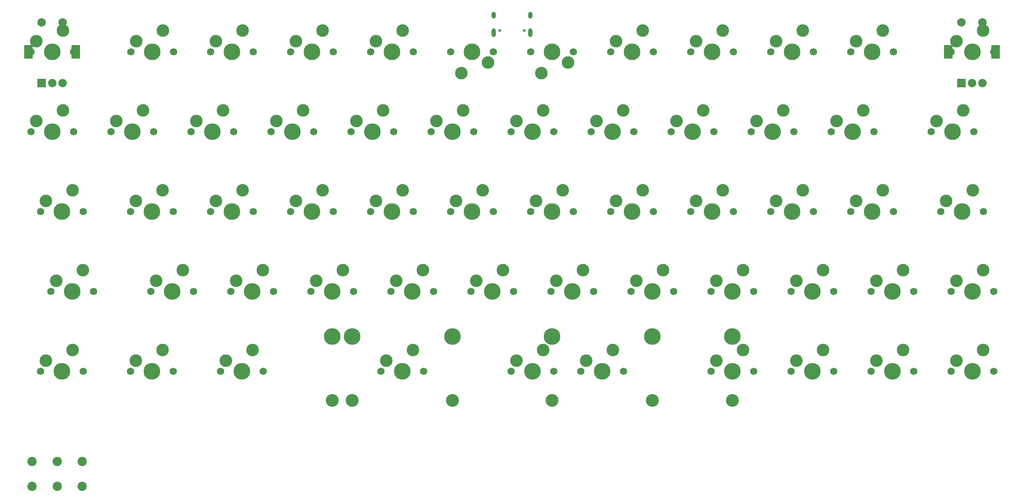
<source format=gbr>
%TF.GenerationSoftware,KiCad,Pcbnew,(7.0.0)*%
%TF.CreationDate,2023-05-29T16:26:43+02:00*%
%TF.ProjectId,the PETER keyboard,74686520-5045-4544-9552-206b6579626f,rev?*%
%TF.SameCoordinates,Original*%
%TF.FileFunction,Soldermask,Top*%
%TF.FilePolarity,Negative*%
%FSLAX46Y46*%
G04 Gerber Fmt 4.6, Leading zero omitted, Abs format (unit mm)*
G04 Created by KiCad (PCBNEW (7.0.0)) date 2023-05-29 16:26:43*
%MOMM*%
%LPD*%
G01*
G04 APERTURE LIST*
%ADD10C,1.750000*%
%ADD11C,3.000000*%
%ADD12C,3.987800*%
%ADD13C,2.200000*%
%ADD14C,3.048000*%
%ADD15R,2.000000X2.000000*%
%ADD16C,2.000000*%
%ADD17R,2.000000X3.200000*%
%ADD18C,0.650000*%
%ADD19O,1.000000X1.600000*%
%ADD20O,1.000000X2.100000*%
G04 APERTURE END LIST*
D10*
%TO.C,MX56*%
X210820000Y-132842000D03*
D11*
X212090000Y-130302000D03*
D12*
X215900000Y-132842000D03*
D11*
X218440000Y-127762000D03*
D10*
X220980000Y-132842000D03*
%TD*%
D13*
%TO.C,H2*%
X42062500Y-160337500D03*
%TD*%
D10*
%TO.C,MX51*%
X75006200Y-132842000D03*
D11*
X76276200Y-130302000D03*
D12*
X80086200Y-132842000D03*
D11*
X82626200Y-127762000D03*
D10*
X85166200Y-132842000D03*
%TD*%
D13*
%TO.C,H1*%
X42062500Y-154387500D03*
%TD*%
D12*
%TO.C,MX52*%
X106324400Y-124587000D03*
D14*
X106324400Y-139827000D03*
D10*
X113182400Y-132842000D03*
D11*
X114452400Y-130302000D03*
D12*
X118262400Y-132842000D03*
D11*
X120802400Y-127762000D03*
D10*
X123342400Y-132842000D03*
D12*
X130200400Y-124587000D03*
D14*
X130200400Y-139827000D03*
%TD*%
D10*
%TO.C,MX13*%
X29845000Y-75692000D03*
D11*
X31115000Y-73152000D03*
D12*
X34925000Y-75692000D03*
D11*
X37465000Y-70612000D03*
D10*
X40005000Y-75692000D03*
%TD*%
D13*
%TO.C,H4*%
X36112500Y-154387500D03*
%TD*%
D10*
%TO.C,MX37*%
X34594800Y-113792000D03*
D11*
X35864800Y-111252000D03*
D12*
X39674800Y-113792000D03*
D11*
X42214800Y-108712000D03*
D10*
X44754800Y-113792000D03*
%TD*%
%TO.C,MX19*%
X144145000Y-75692000D03*
D11*
X145415000Y-73152000D03*
D12*
X149225000Y-75692000D03*
D11*
X151765000Y-70612000D03*
D10*
X154305000Y-75692000D03*
%TD*%
D12*
%TO.C,MX54*%
X153924000Y-124587000D03*
D14*
X153924000Y-139827000D03*
D10*
X160782000Y-132842000D03*
D11*
X162052000Y-130302000D03*
D12*
X165862000Y-132842000D03*
D11*
X168402000Y-127762000D03*
D10*
X170942000Y-132842000D03*
D12*
X177800000Y-124587000D03*
D14*
X177800000Y-139827000D03*
%TD*%
D10*
%TO.C,MX7*%
X159004000Y-56642000D03*
D11*
X157734000Y-59182000D03*
D12*
X153924000Y-56642000D03*
D11*
X151384000Y-61722000D03*
D10*
X148844000Y-56642000D03*
%TD*%
%TO.C,MX46*%
X210820000Y-113792000D03*
D11*
X212090000Y-111252000D03*
D12*
X215900000Y-113792000D03*
D11*
X218440000Y-108712000D03*
D10*
X220980000Y-113792000D03*
%TD*%
D15*
%TO.C,SW1*%
X32424999Y-64141999D03*
D16*
X37425000Y-64142000D03*
X34925000Y-64142000D03*
D17*
X29324999Y-56641999D03*
X40524999Y-56641999D03*
D16*
X37425000Y-49642000D03*
X32425000Y-49642000D03*
%TD*%
D10*
%TO.C,MX48*%
X248920000Y-113792000D03*
D11*
X250190000Y-111252000D03*
D12*
X254000000Y-113792000D03*
D11*
X256540000Y-108712000D03*
D10*
X259080000Y-113792000D03*
%TD*%
%TO.C,MX14*%
X48895000Y-75692000D03*
D11*
X50165000Y-73152000D03*
D12*
X53975000Y-75692000D03*
D11*
X56515000Y-70612000D03*
D10*
X59055000Y-75692000D03*
%TD*%
%TO.C,MX12*%
X248894600Y-56642000D03*
D11*
X250164600Y-54102000D03*
D12*
X253974600Y-56642000D03*
D11*
X256514600Y-51562000D03*
D10*
X259054600Y-56642000D03*
%TD*%
%TO.C,MX30*%
X129794000Y-94742000D03*
D11*
X131064000Y-92202000D03*
D12*
X134874000Y-94742000D03*
D11*
X137414000Y-89662000D03*
D10*
X139954000Y-94742000D03*
%TD*%
%TO.C,MX15*%
X67945000Y-75692000D03*
D11*
X69215000Y-73152000D03*
D12*
X73025000Y-75692000D03*
D11*
X75565000Y-70612000D03*
D10*
X78105000Y-75692000D03*
%TD*%
%TO.C,MX26*%
X53594000Y-94742000D03*
D11*
X54864000Y-92202000D03*
D12*
X58674000Y-94742000D03*
D11*
X61214000Y-89662000D03*
D10*
X63754000Y-94742000D03*
%TD*%
%TO.C,MX11*%
X225044000Y-56642000D03*
D11*
X226314000Y-54102000D03*
D12*
X230124000Y-56642000D03*
D11*
X232664000Y-51562000D03*
D10*
X235204000Y-56642000D03*
%TD*%
%TO.C,MX45*%
X191770000Y-113792000D03*
D11*
X193040000Y-111252000D03*
D12*
X196850000Y-113792000D03*
D11*
X199390000Y-108712000D03*
D10*
X201930000Y-113792000D03*
%TD*%
%TO.C,MX18*%
X125095000Y-75692000D03*
D11*
X126365000Y-73152000D03*
D12*
X130175000Y-75692000D03*
D11*
X132715000Y-70612000D03*
D10*
X135255000Y-75692000D03*
%TD*%
%TO.C,MX32*%
X167894000Y-94742000D03*
D11*
X169164000Y-92202000D03*
D12*
X172974000Y-94742000D03*
D11*
X175514000Y-89662000D03*
D10*
X178054000Y-94742000D03*
%TD*%
%TO.C,MX22*%
X201295000Y-75692000D03*
D11*
X202565000Y-73152000D03*
D12*
X206375000Y-75692000D03*
D11*
X208915000Y-70612000D03*
D10*
X211455000Y-75692000D03*
%TD*%
D13*
%TO.C,H5*%
X30162500Y-154387500D03*
%TD*%
%TO.C,H3*%
X36112500Y-160337500D03*
%TD*%
D10*
%TO.C,MX35*%
X225044000Y-94742000D03*
D11*
X226314000Y-92202000D03*
D12*
X230124000Y-94742000D03*
D11*
X232664000Y-89662000D03*
D10*
X235204000Y-94742000D03*
%TD*%
%TO.C,MX27*%
X72644000Y-94742000D03*
D11*
X73914000Y-92202000D03*
D12*
X77724000Y-94742000D03*
D11*
X80264000Y-89662000D03*
D10*
X82804000Y-94742000D03*
%TD*%
%TO.C,MX43*%
X153670000Y-113792000D03*
D11*
X154940000Y-111252000D03*
D12*
X158750000Y-113792000D03*
D11*
X161290000Y-108712000D03*
D10*
X163830000Y-113792000D03*
%TD*%
%TO.C,MX3*%
X72644000Y-56642000D03*
D11*
X73914000Y-54102000D03*
D12*
X77724000Y-56642000D03*
D11*
X80264000Y-51562000D03*
D10*
X82804000Y-56642000D03*
%TD*%
%TO.C,MX33*%
X186944000Y-94742000D03*
D11*
X188214000Y-92202000D03*
D12*
X192024000Y-94742000D03*
D11*
X194564000Y-89662000D03*
D10*
X197104000Y-94742000D03*
%TD*%
%TO.C,MX50*%
X53568600Y-132842000D03*
D11*
X54838600Y-130302000D03*
D12*
X58648600Y-132842000D03*
D11*
X61188600Y-127762000D03*
D10*
X63728600Y-132842000D03*
%TD*%
%TO.C,MX47*%
X229870000Y-113792000D03*
D11*
X231140000Y-111252000D03*
D12*
X234950000Y-113792000D03*
D11*
X237490000Y-108712000D03*
D10*
X240030000Y-113792000D03*
%TD*%
%TO.C,MX28*%
X91694000Y-94742000D03*
D11*
X92964000Y-92202000D03*
D12*
X96774000Y-94742000D03*
D11*
X99314000Y-89662000D03*
D10*
X101854000Y-94742000D03*
%TD*%
%TO.C,MX6*%
X139954000Y-56642000D03*
D11*
X138684000Y-59182000D03*
D12*
X134874000Y-56642000D03*
D11*
X132334000Y-61722000D03*
D10*
X129794000Y-56642000D03*
%TD*%
%TO.C,MX49*%
X32131000Y-132842000D03*
D11*
X33401000Y-130302000D03*
D12*
X37211000Y-132842000D03*
D11*
X39751000Y-127762000D03*
D10*
X42291000Y-132842000D03*
%TD*%
%TO.C,MX10*%
X205994000Y-56642000D03*
D11*
X207264000Y-54102000D03*
D12*
X211074000Y-56642000D03*
D11*
X213614000Y-51562000D03*
D10*
X216154000Y-56642000D03*
%TD*%
%TO.C,MX8*%
X167894000Y-56642000D03*
D11*
X169164000Y-54102000D03*
D12*
X172974000Y-56642000D03*
D11*
X175514000Y-51562000D03*
D10*
X178054000Y-56642000D03*
%TD*%
%TO.C,MX9*%
X186944000Y-56642000D03*
D11*
X188214000Y-54102000D03*
D12*
X192024000Y-56642000D03*
D11*
X194564000Y-51562000D03*
D10*
X197104000Y-56642000D03*
%TD*%
%TO.C,MX42*%
X134620000Y-113792000D03*
D11*
X135890000Y-111252000D03*
D12*
X139700000Y-113792000D03*
D11*
X142240000Y-108712000D03*
D10*
X144780000Y-113792000D03*
%TD*%
%TO.C,MX24*%
X244144800Y-75692000D03*
D11*
X245414800Y-73152000D03*
D12*
X249224800Y-75692000D03*
D11*
X251764800Y-70612000D03*
D10*
X254304800Y-75692000D03*
%TD*%
%TO.C,MX20*%
X163195000Y-75692000D03*
D11*
X164465000Y-73152000D03*
D12*
X168275000Y-75692000D03*
D11*
X170815000Y-70612000D03*
D10*
X173355000Y-75692000D03*
%TD*%
%TO.C,MX1*%
X29845000Y-56642000D03*
D11*
X31115000Y-54102000D03*
D12*
X34925000Y-56642000D03*
D11*
X37465000Y-51562000D03*
D10*
X40005000Y-56642000D03*
%TD*%
%TO.C,MX16*%
X86995000Y-75692000D03*
D11*
X88265000Y-73152000D03*
D12*
X92075000Y-75692000D03*
D11*
X94615000Y-70612000D03*
D10*
X97155000Y-75692000D03*
%TD*%
%TO.C,MX38*%
X58420000Y-113792000D03*
D11*
X59690000Y-111252000D03*
D12*
X63500000Y-113792000D03*
D11*
X66040000Y-108712000D03*
D10*
X68580000Y-113792000D03*
%TD*%
%TO.C,MX31*%
X148844000Y-94742000D03*
D11*
X150114000Y-92202000D03*
D12*
X153924000Y-94742000D03*
D11*
X156464000Y-89662000D03*
D10*
X159004000Y-94742000D03*
%TD*%
D13*
%TO.C,H6*%
X30162500Y-160337500D03*
%TD*%
D12*
%TO.C,MX53*%
X101600000Y-124587000D03*
D14*
X101600000Y-139827000D03*
D10*
X144145000Y-132842000D03*
D11*
X145415000Y-130302000D03*
D12*
X149225000Y-132842000D03*
D11*
X151765000Y-127762000D03*
D10*
X154305000Y-132842000D03*
D12*
X196850000Y-124587000D03*
D14*
X196850000Y-139827000D03*
%TD*%
D10*
%TO.C,MX29*%
X110744000Y-94742000D03*
D11*
X112014000Y-92202000D03*
D12*
X115824000Y-94742000D03*
D11*
X118364000Y-89662000D03*
D10*
X120904000Y-94742000D03*
%TD*%
%TO.C,MX39*%
X77470000Y-113792000D03*
D11*
X78740000Y-111252000D03*
D12*
X82550000Y-113792000D03*
D11*
X85090000Y-108712000D03*
D10*
X87630000Y-113792000D03*
%TD*%
%TO.C,MX55*%
X191770000Y-132842000D03*
D11*
X193040000Y-130302000D03*
D12*
X196850000Y-132842000D03*
D11*
X199390000Y-127762000D03*
D10*
X201930000Y-132842000D03*
%TD*%
%TO.C,MX40*%
X96520000Y-113792000D03*
D11*
X97790000Y-111252000D03*
D12*
X101600000Y-113792000D03*
D11*
X104140000Y-108712000D03*
D10*
X106680000Y-113792000D03*
%TD*%
%TO.C,MX21*%
X182245000Y-75692000D03*
D11*
X183515000Y-73152000D03*
D12*
X187325000Y-75692000D03*
D11*
X189865000Y-70612000D03*
D10*
X192405000Y-75692000D03*
%TD*%
%TO.C,MX5*%
X110744000Y-56642000D03*
D11*
X112014000Y-54102000D03*
D12*
X115824000Y-56642000D03*
D11*
X118364000Y-51562000D03*
D10*
X120904000Y-56642000D03*
%TD*%
%TO.C,MX44*%
X172720000Y-113792000D03*
D11*
X173990000Y-111252000D03*
D12*
X177800000Y-113792000D03*
D11*
X180340000Y-108712000D03*
D10*
X182880000Y-113792000D03*
%TD*%
%TO.C,MX36*%
X246481600Y-94742000D03*
D11*
X247751600Y-92202000D03*
D12*
X251561600Y-94742000D03*
D11*
X254101600Y-89662000D03*
D10*
X256641600Y-94742000D03*
%TD*%
D15*
%TO.C,SW12*%
X251372999Y-64141999D03*
D16*
X256373000Y-64142000D03*
X253873000Y-64142000D03*
D17*
X248272999Y-56641999D03*
X259472999Y-56641999D03*
D16*
X256373000Y-49642000D03*
X251373000Y-49642000D03*
%TD*%
D10*
%TO.C,MX4*%
X91694000Y-56642000D03*
D11*
X92964000Y-54102000D03*
D12*
X96774000Y-56642000D03*
D11*
X99314000Y-51562000D03*
D10*
X101854000Y-56642000D03*
%TD*%
%TO.C,MX25*%
X32156400Y-94742000D03*
D11*
X33426400Y-92202000D03*
D12*
X37236400Y-94742000D03*
D11*
X39776400Y-89662000D03*
D10*
X42316400Y-94742000D03*
%TD*%
%TO.C,MX17*%
X106045000Y-75692000D03*
D11*
X107315000Y-73152000D03*
D12*
X111125000Y-75692000D03*
D11*
X113665000Y-70612000D03*
D10*
X116205000Y-75692000D03*
%TD*%
%TO.C,MX41*%
X115570000Y-113792000D03*
D11*
X116840000Y-111252000D03*
D12*
X120650000Y-113792000D03*
D11*
X123190000Y-108712000D03*
D10*
X125730000Y-113792000D03*
%TD*%
%TO.C,MX34*%
X205994000Y-94742000D03*
D11*
X207264000Y-92202000D03*
D12*
X211074000Y-94742000D03*
D11*
X213614000Y-89662000D03*
D10*
X216154000Y-94742000D03*
%TD*%
%TO.C,MX58*%
X248920000Y-132842000D03*
D11*
X250190000Y-130302000D03*
D12*
X254000000Y-132842000D03*
D11*
X256540000Y-127762000D03*
D10*
X259080000Y-132842000D03*
%TD*%
%TO.C,MX2*%
X53657500Y-56642000D03*
D11*
X54927500Y-54102000D03*
D12*
X58737500Y-56642000D03*
D11*
X61277500Y-51562000D03*
D10*
X63817500Y-56642000D03*
%TD*%
%TO.C,MX57*%
X229870000Y-132842000D03*
D11*
X231140000Y-130302000D03*
D12*
X234950000Y-132842000D03*
D11*
X237490000Y-127762000D03*
D10*
X240030000Y-132842000D03*
%TD*%
%TO.C,MX23*%
X220345000Y-75692000D03*
D11*
X221615000Y-73152000D03*
D12*
X225425000Y-75692000D03*
D11*
X227965000Y-70612000D03*
D10*
X230505000Y-75692000D03*
%TD*%
D18*
%TO.C,J1*%
X141510000Y-51622000D03*
X147290000Y-51622000D03*
D19*
X140079999Y-47971999D03*
D20*
X140079999Y-52151999D03*
D19*
X148719999Y-47971999D03*
D20*
X148719999Y-52151999D03*
%TD*%
M02*

</source>
